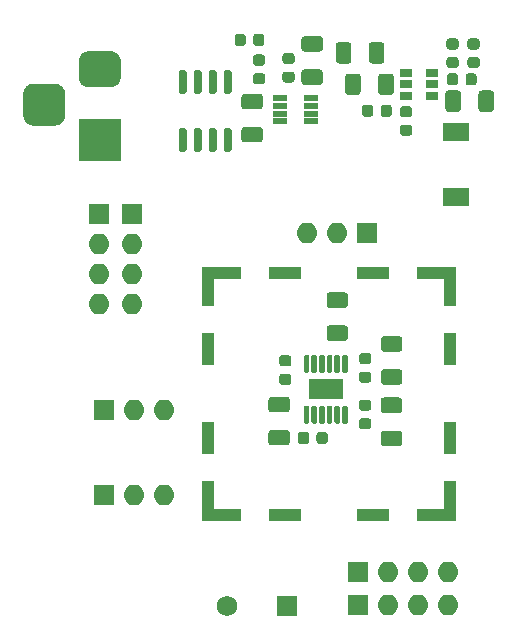
<source format=gbr>
G04 #@! TF.GenerationSoftware,KiCad,Pcbnew,(5.1.6)-1*
G04 #@! TF.CreationDate,2020-08-22T12:18:14-07:00*
G04 #@! TF.ProjectId,Ultra_Low_Noise_Bias_Supply,556c7472-615f-44c6-9f77-5f4e6f697365,rev?*
G04 #@! TF.SameCoordinates,Original*
G04 #@! TF.FileFunction,Soldermask,Top*
G04 #@! TF.FilePolarity,Negative*
%FSLAX46Y46*%
G04 Gerber Fmt 4.6, Leading zero omitted, Abs format (unit mm)*
G04 Created by KiCad (PCBNEW (5.1.6)-1) date 2020-08-22 12:18:14*
%MOMM*%
%LPD*%
G01*
G04 APERTURE LIST*
%ADD10C,1.726200*%
%ADD11R,1.726200X1.726200*%
%ADD12O,1.776200X1.776200*%
%ADD13R,1.776200X1.776200*%
%ADD14R,3.576200X3.576200*%
%ADD15R,2.376200X1.076200*%
%ADD16R,2.676200X1.076200*%
%ADD17R,1.076200X2.376200*%
%ADD18R,1.076200X2.676200*%
%ADD19R,1.076200X1.076200*%
%ADD20R,1.136200X0.726200*%
%ADD21R,2.926200X1.726200*%
%ADD22R,1.296200X0.476200*%
%ADD23R,2.276200X1.576200*%
G04 APERTURE END LIST*
D10*
X131709160Y-111366300D03*
D11*
X136789160Y-111366300D03*
G36*
G01*
X136812180Y-94993160D02*
X135516460Y-94993160D01*
G75*
G02*
X135251220Y-94727920I0J265240D01*
G01*
X135251220Y-93932200D01*
G75*
G02*
X135516460Y-93666960I265240J0D01*
G01*
X136812180Y-93666960D01*
G75*
G02*
X137077420Y-93932200I0J-265240D01*
G01*
X137077420Y-94727920D01*
G75*
G02*
X136812180Y-94993160I-265240J0D01*
G01*
G37*
G36*
G01*
X136812180Y-97793160D02*
X135516460Y-97793160D01*
G75*
G02*
X135251220Y-97527920I0J265240D01*
G01*
X135251220Y-96732200D01*
G75*
G02*
X135516460Y-96466960I265240J0D01*
G01*
X136812180Y-96466960D01*
G75*
G02*
X137077420Y-96732200I0J-265240D01*
G01*
X137077420Y-97527920D01*
G75*
G02*
X136812180Y-97793160I-265240J0D01*
G01*
G37*
D12*
X123728480Y-85796120D03*
X123728480Y-83256120D03*
X123728480Y-80716120D03*
D13*
X123728480Y-78176120D03*
D12*
X120944640Y-85816440D03*
X120944640Y-83276440D03*
X120944640Y-80736440D03*
D13*
X120944640Y-78196440D03*
D12*
X138551920Y-79768700D03*
X141091920Y-79768700D03*
D13*
X143631920Y-79768700D03*
D12*
X150439120Y-108526580D03*
X147899120Y-108526580D03*
X145359120Y-108526580D03*
D13*
X142819120Y-108526580D03*
D12*
X150452120Y-111311820D03*
X147912120Y-111311820D03*
X145372120Y-111311820D03*
D13*
X142832120Y-111311820D03*
D12*
X126420880Y-101998780D03*
X123880880Y-101998780D03*
D13*
X121340880Y-101998780D03*
D12*
X126380240Y-94764860D03*
X123840240Y-94764860D03*
D13*
X121300240Y-94764860D03*
G36*
G01*
X115375990Y-67154860D02*
X117164090Y-67154860D01*
G75*
G02*
X118058140Y-68048910I0J-894050D01*
G01*
X118058140Y-69837010D01*
G75*
G02*
X117164090Y-70731060I-894050J0D01*
G01*
X115375990Y-70731060D01*
G75*
G02*
X114481940Y-69837010I0J894050D01*
G01*
X114481940Y-68048910D01*
G75*
G02*
X115375990Y-67154860I894050J0D01*
G01*
G37*
G36*
G01*
X119950990Y-64404860D02*
X121989090Y-64404860D01*
G75*
G02*
X122758140Y-65173910I0J-769050D01*
G01*
X122758140Y-66712010D01*
G75*
G02*
X121989090Y-67481060I-769050J0D01*
G01*
X119950990Y-67481060D01*
G75*
G02*
X119181940Y-66712010I0J769050D01*
G01*
X119181940Y-65173910D01*
G75*
G02*
X119950990Y-64404860I769050J0D01*
G01*
G37*
D14*
X120970040Y-71942960D03*
G36*
G01*
X151566580Y-68003260D02*
X151566580Y-69298980D01*
G75*
G02*
X151301340Y-69564220I-265240J0D01*
G01*
X150505620Y-69564220D01*
G75*
G02*
X150240380Y-69298980I0J265240D01*
G01*
X150240380Y-68003260D01*
G75*
G02*
X150505620Y-67738020I265240J0D01*
G01*
X151301340Y-67738020D01*
G75*
G02*
X151566580Y-68003260I0J-265240D01*
G01*
G37*
G36*
G01*
X154366580Y-68003260D02*
X154366580Y-69298980D01*
G75*
G02*
X154101340Y-69564220I-265240J0D01*
G01*
X153305620Y-69564220D01*
G75*
G02*
X153040380Y-69298980I0J265240D01*
G01*
X153040380Y-68003260D01*
G75*
G02*
X153305620Y-67738020I265240J0D01*
G01*
X154101340Y-67738020D01*
G75*
G02*
X154366580Y-68003260I0J-265240D01*
G01*
G37*
G36*
G01*
X146316860Y-95054120D02*
X145021140Y-95054120D01*
G75*
G02*
X144755900Y-94788880I0J265240D01*
G01*
X144755900Y-93993160D01*
G75*
G02*
X145021140Y-93727920I265240J0D01*
G01*
X146316860Y-93727920D01*
G75*
G02*
X146582100Y-93993160I0J-265240D01*
G01*
X146582100Y-94788880D01*
G75*
G02*
X146316860Y-95054120I-265240J0D01*
G01*
G37*
G36*
G01*
X146316860Y-97854120D02*
X145021140Y-97854120D01*
G75*
G02*
X144755900Y-97588880I0J265240D01*
G01*
X144755900Y-96793160D01*
G75*
G02*
X145021140Y-96527920I265240J0D01*
G01*
X146316860Y-96527920D01*
G75*
G02*
X146582100Y-96793160I0J-265240D01*
G01*
X146582100Y-97588880D01*
G75*
G02*
X146316860Y-97854120I-265240J0D01*
G01*
G37*
G36*
G01*
X143070280Y-66568160D02*
X143070280Y-67863880D01*
G75*
G02*
X142805040Y-68129120I-265240J0D01*
G01*
X142009320Y-68129120D01*
G75*
G02*
X141744080Y-67863880I0J265240D01*
G01*
X141744080Y-66568160D01*
G75*
G02*
X142009320Y-66302920I265240J0D01*
G01*
X142805040Y-66302920D01*
G75*
G02*
X143070280Y-66568160I0J-265240D01*
G01*
G37*
G36*
G01*
X145870280Y-66568160D02*
X145870280Y-67863880D01*
G75*
G02*
X145605040Y-68129120I-265240J0D01*
G01*
X144809320Y-68129120D01*
G75*
G02*
X144544080Y-67863880I0J265240D01*
G01*
X144544080Y-66568160D01*
G75*
G02*
X144809320Y-66302920I265240J0D01*
G01*
X145605040Y-66302920D01*
G75*
G02*
X145870280Y-66568160I0J-265240D01*
G01*
G37*
G36*
G01*
X139598560Y-64464900D02*
X138302840Y-64464900D01*
G75*
G02*
X138037600Y-64199660I0J265240D01*
G01*
X138037600Y-63403940D01*
G75*
G02*
X138302840Y-63138700I265240J0D01*
G01*
X139598560Y-63138700D01*
G75*
G02*
X139863800Y-63403940I0J-265240D01*
G01*
X139863800Y-64199660D01*
G75*
G02*
X139598560Y-64464900I-265240J0D01*
G01*
G37*
G36*
G01*
X139598560Y-67264900D02*
X138302840Y-67264900D01*
G75*
G02*
X138037600Y-66999660I0J265240D01*
G01*
X138037600Y-66203940D01*
G75*
G02*
X138302840Y-65938700I265240J0D01*
G01*
X139598560Y-65938700D01*
G75*
G02*
X139863800Y-66203940I0J-265240D01*
G01*
X139863800Y-66999660D01*
G75*
G02*
X139598560Y-67264900I-265240J0D01*
G01*
G37*
G36*
G01*
X145041460Y-91341240D02*
X146337180Y-91341240D01*
G75*
G02*
X146602420Y-91606480I0J-265240D01*
G01*
X146602420Y-92402200D01*
G75*
G02*
X146337180Y-92667440I-265240J0D01*
G01*
X145041460Y-92667440D01*
G75*
G02*
X144776220Y-92402200I0J265240D01*
G01*
X144776220Y-91606480D01*
G75*
G02*
X145041460Y-91341240I265240J0D01*
G01*
G37*
G36*
G01*
X145041460Y-88541240D02*
X146337180Y-88541240D01*
G75*
G02*
X146602420Y-88806480I0J-265240D01*
G01*
X146602420Y-89602200D01*
G75*
G02*
X146337180Y-89867440I-265240J0D01*
G01*
X145041460Y-89867440D01*
G75*
G02*
X144776220Y-89602200I0J265240D01*
G01*
X144776220Y-88806480D01*
G75*
G02*
X145041460Y-88541240I265240J0D01*
G01*
G37*
D15*
X131780720Y-103653420D03*
X131780720Y-83153420D03*
D16*
X136630720Y-103653420D03*
X136630720Y-83153420D03*
X144130720Y-103653420D03*
X144130720Y-83153420D03*
D15*
X148980720Y-103653420D03*
X148980720Y-83153420D03*
D17*
X130130720Y-102003420D03*
X150630720Y-102003420D03*
D18*
X130130720Y-97153420D03*
X150630720Y-97153420D03*
X130130720Y-89653420D03*
X150630720Y-89653420D03*
D17*
X130130720Y-84803420D03*
X150630720Y-84803420D03*
D19*
X130130720Y-83153420D03*
X130130720Y-103653420D03*
X150630720Y-103653420D03*
X150630720Y-83153420D03*
D20*
X146885480Y-67216020D03*
X146885480Y-68166020D03*
X146885480Y-66266020D03*
X149085480Y-66266020D03*
X149085480Y-67216020D03*
X149085480Y-68166020D03*
D21*
X140111480Y-93042740D03*
G36*
G01*
X141617430Y-94429640D02*
X141855530Y-94429640D01*
G75*
G02*
X141974580Y-94548690I0J-119050D01*
G01*
X141974580Y-95836790D01*
G75*
G02*
X141855530Y-95955840I-119050J0D01*
G01*
X141617430Y-95955840D01*
G75*
G02*
X141498380Y-95836790I0J119050D01*
G01*
X141498380Y-94548690D01*
G75*
G02*
X141617430Y-94429640I119050J0D01*
G01*
G37*
G36*
G01*
X140967430Y-94429640D02*
X141205530Y-94429640D01*
G75*
G02*
X141324580Y-94548690I0J-119050D01*
G01*
X141324580Y-95836790D01*
G75*
G02*
X141205530Y-95955840I-119050J0D01*
G01*
X140967430Y-95955840D01*
G75*
G02*
X140848380Y-95836790I0J119050D01*
G01*
X140848380Y-94548690D01*
G75*
G02*
X140967430Y-94429640I119050J0D01*
G01*
G37*
G36*
G01*
X140317430Y-94429640D02*
X140555530Y-94429640D01*
G75*
G02*
X140674580Y-94548690I0J-119050D01*
G01*
X140674580Y-95836790D01*
G75*
G02*
X140555530Y-95955840I-119050J0D01*
G01*
X140317430Y-95955840D01*
G75*
G02*
X140198380Y-95836790I0J119050D01*
G01*
X140198380Y-94548690D01*
G75*
G02*
X140317430Y-94429640I119050J0D01*
G01*
G37*
G36*
G01*
X139667430Y-94429640D02*
X139905530Y-94429640D01*
G75*
G02*
X140024580Y-94548690I0J-119050D01*
G01*
X140024580Y-95836790D01*
G75*
G02*
X139905530Y-95955840I-119050J0D01*
G01*
X139667430Y-95955840D01*
G75*
G02*
X139548380Y-95836790I0J119050D01*
G01*
X139548380Y-94548690D01*
G75*
G02*
X139667430Y-94429640I119050J0D01*
G01*
G37*
G36*
G01*
X139017430Y-94429640D02*
X139255530Y-94429640D01*
G75*
G02*
X139374580Y-94548690I0J-119050D01*
G01*
X139374580Y-95836790D01*
G75*
G02*
X139255530Y-95955840I-119050J0D01*
G01*
X139017430Y-95955840D01*
G75*
G02*
X138898380Y-95836790I0J119050D01*
G01*
X138898380Y-94548690D01*
G75*
G02*
X139017430Y-94429640I119050J0D01*
G01*
G37*
G36*
G01*
X138367430Y-94429640D02*
X138605530Y-94429640D01*
G75*
G02*
X138724580Y-94548690I0J-119050D01*
G01*
X138724580Y-95836790D01*
G75*
G02*
X138605530Y-95955840I-119050J0D01*
G01*
X138367430Y-95955840D01*
G75*
G02*
X138248380Y-95836790I0J119050D01*
G01*
X138248380Y-94548690D01*
G75*
G02*
X138367430Y-94429640I119050J0D01*
G01*
G37*
G36*
G01*
X138367430Y-90129640D02*
X138605530Y-90129640D01*
G75*
G02*
X138724580Y-90248690I0J-119050D01*
G01*
X138724580Y-91536790D01*
G75*
G02*
X138605530Y-91655840I-119050J0D01*
G01*
X138367430Y-91655840D01*
G75*
G02*
X138248380Y-91536790I0J119050D01*
G01*
X138248380Y-90248690D01*
G75*
G02*
X138367430Y-90129640I119050J0D01*
G01*
G37*
G36*
G01*
X139017430Y-90129640D02*
X139255530Y-90129640D01*
G75*
G02*
X139374580Y-90248690I0J-119050D01*
G01*
X139374580Y-91536790D01*
G75*
G02*
X139255530Y-91655840I-119050J0D01*
G01*
X139017430Y-91655840D01*
G75*
G02*
X138898380Y-91536790I0J119050D01*
G01*
X138898380Y-90248690D01*
G75*
G02*
X139017430Y-90129640I119050J0D01*
G01*
G37*
G36*
G01*
X139667430Y-90129640D02*
X139905530Y-90129640D01*
G75*
G02*
X140024580Y-90248690I0J-119050D01*
G01*
X140024580Y-91536790D01*
G75*
G02*
X139905530Y-91655840I-119050J0D01*
G01*
X139667430Y-91655840D01*
G75*
G02*
X139548380Y-91536790I0J119050D01*
G01*
X139548380Y-90248690D01*
G75*
G02*
X139667430Y-90129640I119050J0D01*
G01*
G37*
G36*
G01*
X140317430Y-90129640D02*
X140555530Y-90129640D01*
G75*
G02*
X140674580Y-90248690I0J-119050D01*
G01*
X140674580Y-91536790D01*
G75*
G02*
X140555530Y-91655840I-119050J0D01*
G01*
X140317430Y-91655840D01*
G75*
G02*
X140198380Y-91536790I0J119050D01*
G01*
X140198380Y-90248690D01*
G75*
G02*
X140317430Y-90129640I119050J0D01*
G01*
G37*
G36*
G01*
X140967430Y-90129640D02*
X141205530Y-90129640D01*
G75*
G02*
X141324580Y-90248690I0J-119050D01*
G01*
X141324580Y-91536790D01*
G75*
G02*
X141205530Y-91655840I-119050J0D01*
G01*
X140967430Y-91655840D01*
G75*
G02*
X140848380Y-91536790I0J119050D01*
G01*
X140848380Y-90248690D01*
G75*
G02*
X140967430Y-90129640I119050J0D01*
G01*
G37*
G36*
G01*
X141617430Y-90129640D02*
X141855530Y-90129640D01*
G75*
G02*
X141974580Y-90248690I0J-119050D01*
G01*
X141974580Y-91536790D01*
G75*
G02*
X141855530Y-91655840I-119050J0D01*
G01*
X141617430Y-91655840D01*
G75*
G02*
X141498380Y-91536790I0J119050D01*
G01*
X141498380Y-90248690D01*
G75*
G02*
X141617430Y-90129640I119050J0D01*
G01*
G37*
D22*
X136256400Y-70337400D03*
X136256400Y-69697400D03*
X136256400Y-69037400D03*
X136256400Y-68397400D03*
X138876400Y-68397400D03*
X138876400Y-69037400D03*
X138876400Y-69697400D03*
X138876400Y-70337400D03*
G36*
G01*
X151118280Y-64275220D02*
X150567680Y-64275220D01*
G75*
G02*
X150329880Y-64037420I0J237800D01*
G01*
X150329880Y-63561820D01*
G75*
G02*
X150567680Y-63324020I237800J0D01*
G01*
X151118280Y-63324020D01*
G75*
G02*
X151356080Y-63561820I0J-237800D01*
G01*
X151356080Y-64037420D01*
G75*
G02*
X151118280Y-64275220I-237800J0D01*
G01*
G37*
G36*
G01*
X151118280Y-65850220D02*
X150567680Y-65850220D01*
G75*
G02*
X150329880Y-65612420I0J237800D01*
G01*
X150329880Y-65136820D01*
G75*
G02*
X150567680Y-64899020I237800J0D01*
G01*
X151118280Y-64899020D01*
G75*
G02*
X151356080Y-65136820I0J-237800D01*
G01*
X151356080Y-65612420D01*
G75*
G02*
X151118280Y-65850220I-237800J0D01*
G01*
G37*
G36*
G01*
X152348220Y-64899020D02*
X152898820Y-64899020D01*
G75*
G02*
X153136620Y-65136820I0J-237800D01*
G01*
X153136620Y-65612420D01*
G75*
G02*
X152898820Y-65850220I-237800J0D01*
G01*
X152348220Y-65850220D01*
G75*
G02*
X152110420Y-65612420I0J237800D01*
G01*
X152110420Y-65136820D01*
G75*
G02*
X152348220Y-64899020I237800J0D01*
G01*
G37*
G36*
G01*
X152348220Y-63324020D02*
X152898820Y-63324020D01*
G75*
G02*
X153136620Y-63561820I0J-237800D01*
G01*
X153136620Y-64037420D01*
G75*
G02*
X152898820Y-64275220I-237800J0D01*
G01*
X152348220Y-64275220D01*
G75*
G02*
X152110420Y-64037420I0J237800D01*
G01*
X152110420Y-63561820D01*
G75*
G02*
X152348220Y-63324020I237800J0D01*
G01*
G37*
G36*
G01*
X138697220Y-96887320D02*
X138697220Y-97437920D01*
G75*
G02*
X138459420Y-97675720I-237800J0D01*
G01*
X137983820Y-97675720D01*
G75*
G02*
X137746020Y-97437920I0J237800D01*
G01*
X137746020Y-96887320D01*
G75*
G02*
X137983820Y-96649520I237800J0D01*
G01*
X138459420Y-96649520D01*
G75*
G02*
X138697220Y-96887320I0J-237800D01*
G01*
G37*
G36*
G01*
X140272220Y-96887320D02*
X140272220Y-97437920D01*
G75*
G02*
X140034420Y-97675720I-237800J0D01*
G01*
X139558820Y-97675720D01*
G75*
G02*
X139321020Y-97437920I0J237800D01*
G01*
X139321020Y-96887320D01*
G75*
G02*
X139558820Y-96649520I237800J0D01*
G01*
X140034420Y-96649520D01*
G75*
G02*
X140272220Y-96887320I0J-237800D01*
G01*
G37*
G36*
G01*
X136962860Y-91105240D02*
X136412260Y-91105240D01*
G75*
G02*
X136174460Y-90867440I0J237800D01*
G01*
X136174460Y-90391840D01*
G75*
G02*
X136412260Y-90154040I237800J0D01*
G01*
X136962860Y-90154040D01*
G75*
G02*
X137200660Y-90391840I0J-237800D01*
G01*
X137200660Y-90867440D01*
G75*
G02*
X136962860Y-91105240I-237800J0D01*
G01*
G37*
G36*
G01*
X136962860Y-92680240D02*
X136412260Y-92680240D01*
G75*
G02*
X136174460Y-92442440I0J237800D01*
G01*
X136174460Y-91966840D01*
G75*
G02*
X136412260Y-91729040I237800J0D01*
G01*
X136962860Y-91729040D01*
G75*
G02*
X137200660Y-91966840I0J-237800D01*
G01*
X137200660Y-92442440D01*
G75*
G02*
X136962860Y-92680240I-237800J0D01*
G01*
G37*
G36*
G01*
X134187220Y-66263000D02*
X134737820Y-66263000D01*
G75*
G02*
X134975620Y-66500800I0J-237800D01*
G01*
X134975620Y-66976400D01*
G75*
G02*
X134737820Y-67214200I-237800J0D01*
G01*
X134187220Y-67214200D01*
G75*
G02*
X133949420Y-66976400I0J237800D01*
G01*
X133949420Y-66500800D01*
G75*
G02*
X134187220Y-66263000I237800J0D01*
G01*
G37*
G36*
G01*
X134187220Y-64688000D02*
X134737820Y-64688000D01*
G75*
G02*
X134975620Y-64925800I0J-237800D01*
G01*
X134975620Y-65401400D01*
G75*
G02*
X134737820Y-65639200I-237800J0D01*
G01*
X134187220Y-65639200D01*
G75*
G02*
X133949420Y-65401400I0J237800D01*
G01*
X133949420Y-64925800D01*
G75*
G02*
X134187220Y-64688000I237800J0D01*
G01*
G37*
G36*
G01*
X133230460Y-70815500D02*
X134526180Y-70815500D01*
G75*
G02*
X134791420Y-71080740I0J-265240D01*
G01*
X134791420Y-71876460D01*
G75*
G02*
X134526180Y-72141700I-265240J0D01*
G01*
X133230460Y-72141700D01*
G75*
G02*
X132965220Y-71876460I0J265240D01*
G01*
X132965220Y-71080740D01*
G75*
G02*
X133230460Y-70815500I265240J0D01*
G01*
G37*
G36*
G01*
X133230460Y-68015500D02*
X134526180Y-68015500D01*
G75*
G02*
X134791420Y-68280740I0J-265240D01*
G01*
X134791420Y-69076460D01*
G75*
G02*
X134526180Y-69341700I-265240J0D01*
G01*
X133230460Y-69341700D01*
G75*
G02*
X132965220Y-69076460I0J265240D01*
G01*
X132965220Y-68280740D01*
G75*
G02*
X133230460Y-68015500I265240J0D01*
G01*
G37*
G36*
G01*
X131631550Y-70930900D02*
X131969650Y-70930900D01*
G75*
G02*
X132138700Y-71099950I0J-169050D01*
G01*
X132138700Y-72788050D01*
G75*
G02*
X131969650Y-72957100I-169050J0D01*
G01*
X131631550Y-72957100D01*
G75*
G02*
X131462500Y-72788050I0J169050D01*
G01*
X131462500Y-71099950D01*
G75*
G02*
X131631550Y-70930900I169050J0D01*
G01*
G37*
G36*
G01*
X130361550Y-70930900D02*
X130699650Y-70930900D01*
G75*
G02*
X130868700Y-71099950I0J-169050D01*
G01*
X130868700Y-72788050D01*
G75*
G02*
X130699650Y-72957100I-169050J0D01*
G01*
X130361550Y-72957100D01*
G75*
G02*
X130192500Y-72788050I0J169050D01*
G01*
X130192500Y-71099950D01*
G75*
G02*
X130361550Y-70930900I169050J0D01*
G01*
G37*
G36*
G01*
X129091550Y-70930900D02*
X129429650Y-70930900D01*
G75*
G02*
X129598700Y-71099950I0J-169050D01*
G01*
X129598700Y-72788050D01*
G75*
G02*
X129429650Y-72957100I-169050J0D01*
G01*
X129091550Y-72957100D01*
G75*
G02*
X128922500Y-72788050I0J169050D01*
G01*
X128922500Y-71099950D01*
G75*
G02*
X129091550Y-70930900I169050J0D01*
G01*
G37*
G36*
G01*
X127821550Y-70930900D02*
X128159650Y-70930900D01*
G75*
G02*
X128328700Y-71099950I0J-169050D01*
G01*
X128328700Y-72788050D01*
G75*
G02*
X128159650Y-72957100I-169050J0D01*
G01*
X127821550Y-72957100D01*
G75*
G02*
X127652500Y-72788050I0J169050D01*
G01*
X127652500Y-71099950D01*
G75*
G02*
X127821550Y-70930900I169050J0D01*
G01*
G37*
G36*
G01*
X127821550Y-65980900D02*
X128159650Y-65980900D01*
G75*
G02*
X128328700Y-66149950I0J-169050D01*
G01*
X128328700Y-67838050D01*
G75*
G02*
X128159650Y-68007100I-169050J0D01*
G01*
X127821550Y-68007100D01*
G75*
G02*
X127652500Y-67838050I0J169050D01*
G01*
X127652500Y-66149950D01*
G75*
G02*
X127821550Y-65980900I169050J0D01*
G01*
G37*
G36*
G01*
X129091550Y-65980900D02*
X129429650Y-65980900D01*
G75*
G02*
X129598700Y-66149950I0J-169050D01*
G01*
X129598700Y-67838050D01*
G75*
G02*
X129429650Y-68007100I-169050J0D01*
G01*
X129091550Y-68007100D01*
G75*
G02*
X128922500Y-67838050I0J169050D01*
G01*
X128922500Y-66149950D01*
G75*
G02*
X129091550Y-65980900I169050J0D01*
G01*
G37*
G36*
G01*
X130361550Y-65980900D02*
X130699650Y-65980900D01*
G75*
G02*
X130868700Y-66149950I0J-169050D01*
G01*
X130868700Y-67838050D01*
G75*
G02*
X130699650Y-68007100I-169050J0D01*
G01*
X130361550Y-68007100D01*
G75*
G02*
X130192500Y-67838050I0J169050D01*
G01*
X130192500Y-66149950D01*
G75*
G02*
X130361550Y-65980900I169050J0D01*
G01*
G37*
G36*
G01*
X131631550Y-65980900D02*
X131969650Y-65980900D01*
G75*
G02*
X132138700Y-66149950I0J-169050D01*
G01*
X132138700Y-67838050D01*
G75*
G02*
X131969650Y-68007100I-169050J0D01*
G01*
X131631550Y-68007100D01*
G75*
G02*
X131462500Y-67838050I0J169050D01*
G01*
X131462500Y-66149950D01*
G75*
G02*
X131631550Y-65980900I169050J0D01*
G01*
G37*
D23*
X151157940Y-71250360D03*
X151157940Y-76750360D03*
G36*
G01*
X142277800Y-63903700D02*
X142277800Y-65199420D01*
G75*
G02*
X142012560Y-65464660I-265240J0D01*
G01*
X141216840Y-65464660D01*
G75*
G02*
X140951600Y-65199420I0J265240D01*
G01*
X140951600Y-63903700D01*
G75*
G02*
X141216840Y-63638460I265240J0D01*
G01*
X142012560Y-63638460D01*
G75*
G02*
X142277800Y-63903700I0J-265240D01*
G01*
G37*
G36*
G01*
X145077800Y-63903700D02*
X145077800Y-65199420D01*
G75*
G02*
X144812560Y-65464660I-265240J0D01*
G01*
X144016840Y-65464660D01*
G75*
G02*
X143751600Y-65199420I0J265240D01*
G01*
X143751600Y-63903700D01*
G75*
G02*
X144016840Y-63638460I265240J0D01*
G01*
X144812560Y-63638460D01*
G75*
G02*
X145077800Y-63903700I0J-265240D01*
G01*
G37*
G36*
G01*
X141734700Y-86153960D02*
X140438980Y-86153960D01*
G75*
G02*
X140173740Y-85888720I0J265240D01*
G01*
X140173740Y-85093000D01*
G75*
G02*
X140438980Y-84827760I265240J0D01*
G01*
X141734700Y-84827760D01*
G75*
G02*
X141999940Y-85093000I0J-265240D01*
G01*
X141999940Y-85888720D01*
G75*
G02*
X141734700Y-86153960I-265240J0D01*
G01*
G37*
G36*
G01*
X141734700Y-88953960D02*
X140438980Y-88953960D01*
G75*
G02*
X140173740Y-88688720I0J265240D01*
G01*
X140173740Y-87893000D01*
G75*
G02*
X140438980Y-87627760I265240J0D01*
G01*
X141734700Y-87627760D01*
G75*
G02*
X141999940Y-87893000I0J-265240D01*
G01*
X141999940Y-88688720D01*
G75*
G02*
X141734700Y-88953960I-265240J0D01*
G01*
G37*
G36*
G01*
X133964160Y-63734660D02*
X133964160Y-63184060D01*
G75*
G02*
X134201960Y-62946260I237800J0D01*
G01*
X134677560Y-62946260D01*
G75*
G02*
X134915360Y-63184060I0J-237800D01*
G01*
X134915360Y-63734660D01*
G75*
G02*
X134677560Y-63972460I-237800J0D01*
G01*
X134201960Y-63972460D01*
G75*
G02*
X133964160Y-63734660I0J237800D01*
G01*
G37*
G36*
G01*
X132389160Y-63734660D02*
X132389160Y-63184060D01*
G75*
G02*
X132626960Y-62946260I237800J0D01*
G01*
X133102560Y-62946260D01*
G75*
G02*
X133340360Y-63184060I0J-237800D01*
G01*
X133340360Y-63734660D01*
G75*
G02*
X133102560Y-63972460I-237800J0D01*
G01*
X132626960Y-63972460D01*
G75*
G02*
X132389160Y-63734660I0J237800D01*
G01*
G37*
G36*
G01*
X151318480Y-66521620D02*
X151318480Y-67072220D01*
G75*
G02*
X151080680Y-67310020I-237800J0D01*
G01*
X150605080Y-67310020D01*
G75*
G02*
X150367280Y-67072220I0J237800D01*
G01*
X150367280Y-66521620D01*
G75*
G02*
X150605080Y-66283820I237800J0D01*
G01*
X151080680Y-66283820D01*
G75*
G02*
X151318480Y-66521620I0J-237800D01*
G01*
G37*
G36*
G01*
X152893480Y-66521620D02*
X152893480Y-67072220D01*
G75*
G02*
X152655680Y-67310020I-237800J0D01*
G01*
X152180080Y-67310020D01*
G75*
G02*
X151942280Y-67072220I0J237800D01*
G01*
X151942280Y-66521620D01*
G75*
G02*
X152180080Y-66283820I237800J0D01*
G01*
X152655680Y-66283820D01*
G75*
G02*
X152893480Y-66521620I0J-237800D01*
G01*
G37*
G36*
G01*
X143719260Y-94859360D02*
X143168660Y-94859360D01*
G75*
G02*
X142930860Y-94621560I0J237800D01*
G01*
X142930860Y-94145960D01*
G75*
G02*
X143168660Y-93908160I237800J0D01*
G01*
X143719260Y-93908160D01*
G75*
G02*
X143957060Y-94145960I0J-237800D01*
G01*
X143957060Y-94621560D01*
G75*
G02*
X143719260Y-94859360I-237800J0D01*
G01*
G37*
G36*
G01*
X143719260Y-96434360D02*
X143168660Y-96434360D01*
G75*
G02*
X142930860Y-96196560I0J237800D01*
G01*
X142930860Y-95720960D01*
G75*
G02*
X143168660Y-95483160I237800J0D01*
G01*
X143719260Y-95483160D01*
G75*
G02*
X143957060Y-95720960I0J-237800D01*
G01*
X143957060Y-96196560D01*
G75*
G02*
X143719260Y-96434360I-237800J0D01*
G01*
G37*
G36*
G01*
X147181280Y-70015620D02*
X146630680Y-70015620D01*
G75*
G02*
X146392880Y-69777820I0J237800D01*
G01*
X146392880Y-69302220D01*
G75*
G02*
X146630680Y-69064420I237800J0D01*
G01*
X147181280Y-69064420D01*
G75*
G02*
X147419080Y-69302220I0J-237800D01*
G01*
X147419080Y-69777820D01*
G75*
G02*
X147181280Y-70015620I-237800J0D01*
G01*
G37*
G36*
G01*
X147181280Y-71590620D02*
X146630680Y-71590620D01*
G75*
G02*
X146392880Y-71352820I0J237800D01*
G01*
X146392880Y-70877220D01*
G75*
G02*
X146630680Y-70639420I237800J0D01*
G01*
X147181280Y-70639420D01*
G75*
G02*
X147419080Y-70877220I0J-237800D01*
G01*
X147419080Y-71352820D01*
G75*
G02*
X147181280Y-71590620I-237800J0D01*
G01*
G37*
G36*
G01*
X144130280Y-69188620D02*
X144130280Y-69739220D01*
G75*
G02*
X143892480Y-69977020I-237800J0D01*
G01*
X143416880Y-69977020D01*
G75*
G02*
X143179080Y-69739220I0J237800D01*
G01*
X143179080Y-69188620D01*
G75*
G02*
X143416880Y-68950820I237800J0D01*
G01*
X143892480Y-68950820D01*
G75*
G02*
X144130280Y-69188620I0J-237800D01*
G01*
G37*
G36*
G01*
X145705280Y-69188620D02*
X145705280Y-69739220D01*
G75*
G02*
X145467480Y-69977020I-237800J0D01*
G01*
X144991880Y-69977020D01*
G75*
G02*
X144754080Y-69739220I0J237800D01*
G01*
X144754080Y-69188620D01*
G75*
G02*
X144991880Y-68950820I237800J0D01*
G01*
X145467480Y-68950820D01*
G75*
G02*
X145705280Y-69188620I0J-237800D01*
G01*
G37*
G36*
G01*
X137232100Y-65509660D02*
X136681500Y-65509660D01*
G75*
G02*
X136443700Y-65271860I0J237800D01*
G01*
X136443700Y-64796260D01*
G75*
G02*
X136681500Y-64558460I237800J0D01*
G01*
X137232100Y-64558460D01*
G75*
G02*
X137469900Y-64796260I0J-237800D01*
G01*
X137469900Y-65271860D01*
G75*
G02*
X137232100Y-65509660I-237800J0D01*
G01*
G37*
G36*
G01*
X137232100Y-67084660D02*
X136681500Y-67084660D01*
G75*
G02*
X136443700Y-66846860I0J237800D01*
G01*
X136443700Y-66371260D01*
G75*
G02*
X136681500Y-66133460I237800J0D01*
G01*
X137232100Y-66133460D01*
G75*
G02*
X137469900Y-66371260I0J-237800D01*
G01*
X137469900Y-66846860D01*
G75*
G02*
X137232100Y-67084660I-237800J0D01*
G01*
G37*
G36*
G01*
X143168660Y-91536000D02*
X143719260Y-91536000D01*
G75*
G02*
X143957060Y-91773800I0J-237800D01*
G01*
X143957060Y-92249400D01*
G75*
G02*
X143719260Y-92487200I-237800J0D01*
G01*
X143168660Y-92487200D01*
G75*
G02*
X142930860Y-92249400I0J237800D01*
G01*
X142930860Y-91773800D01*
G75*
G02*
X143168660Y-91536000I237800J0D01*
G01*
G37*
G36*
G01*
X143168660Y-89961000D02*
X143719260Y-89961000D01*
G75*
G02*
X143957060Y-90198800I0J-237800D01*
G01*
X143957060Y-90674400D01*
G75*
G02*
X143719260Y-90912200I-237800J0D01*
G01*
X143168660Y-90912200D01*
G75*
G02*
X142930860Y-90674400I0J237800D01*
G01*
X142930860Y-90198800D01*
G75*
G02*
X143168660Y-89961000I237800J0D01*
G01*
G37*
M02*

</source>
